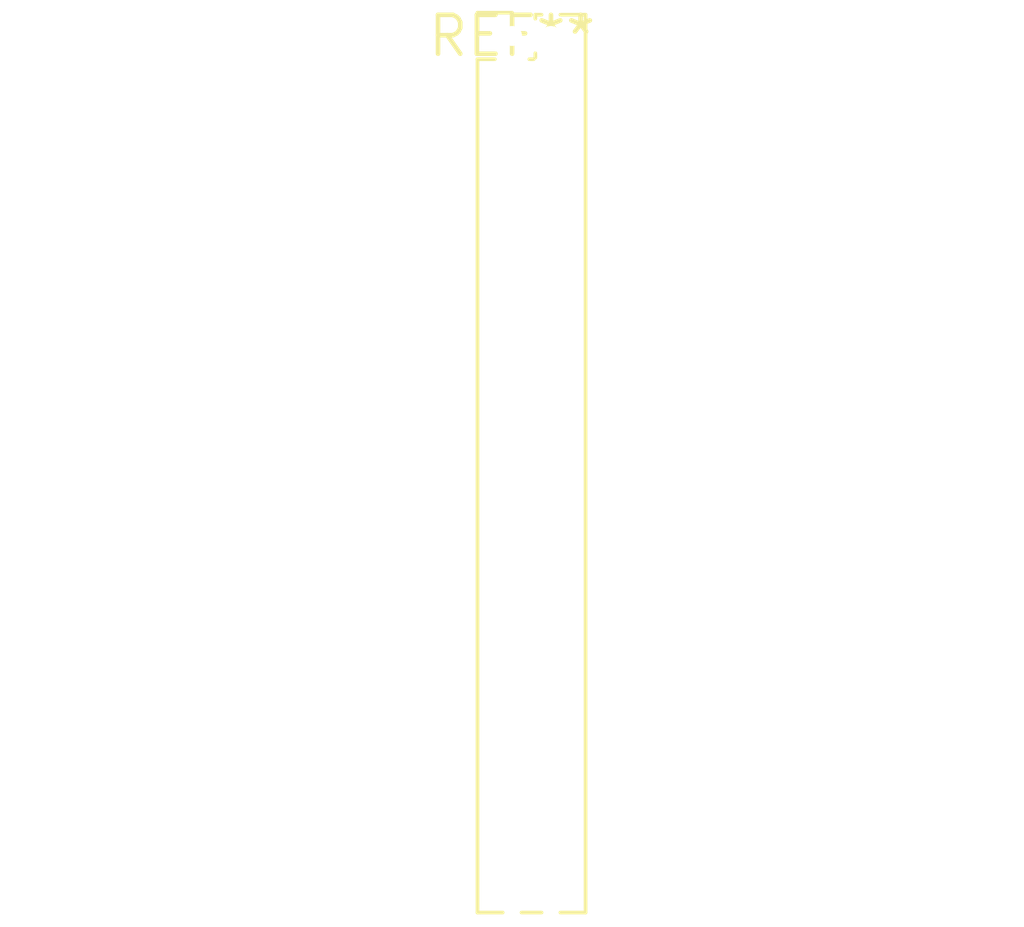
<source format=kicad_pcb>
(kicad_pcb (version 20240108) (generator pcbnew)
  (layers (0 "F.Cu" signal) (31 "B.Cu" signal) (34 "B.Paste" user) (35 "F.Paste" user) (36 "B.SilkS" user "B.Silkscreen") (37 "F.SilkS" user "F.Silkscreen") (38 "B.Mask" user) (39 "F.Mask" user) (44 "Edge.Cuts" user))
  (net 0 "")
  (footprint "PinHeader_2x23_P1.27mm_Vertical" (layer "F.Cu") (at 0 0)
    (property "Reference" "REF**")
    (property "Value" "PinHeader_2x23_P1.27mm_Vertical")
    (fp_line (start -1.13 -0.76) (end 0 -0.76) (layer "F.SilkS") (stroke (width 0.12)))
    (fp_line (start -1.13 0) (end -1.13 -0.76) (layer "F.SilkS") (stroke (width 0.12)))
    (fp_line (start -1.13 0.76) (end -1.13 28.635) (layer "F.SilkS") (stroke (width 0.12)))
    (fp_line (start -1.13 0.76) (end -0.563471 0.76) (layer "F.SilkS") (stroke (width 0.12)))
    (fp_line (start -1.13 28.635) (end -0.30753 28.635) (layer "F.SilkS") (stroke (width 0.12)))
    (fp_line (start 0.30753 28.635) (end 0.96247 28.635) (layer "F.SilkS") (stroke (width 0.12)))
    (fp_line (start 0.563471 0.76) (end 0.706529 0.76) (layer "F.SilkS") (stroke (width 0.12)))
    (fp_line (start 0.76 -0.695) (end 0.96247 -0.695) (layer "F.SilkS") (stroke (width 0.12)))
    (fp_line (start 0.76 -0.563471) (end 0.76 -0.695) (layer "F.SilkS") (stroke (width 0.12)))
    (fp_line (start 0.76 0.706529) (end 0.76 0.563471) (layer "F.SilkS") (stroke (width 0.12)))
    (fp_line (start 1.57753 -0.695) (end 2.4 -0.695) (layer "F.SilkS") (stroke (width 0.12)))
    (fp_line (start 1.57753 28.635) (end 2.4 28.635) (layer "F.SilkS") (stroke (width 0.12)))
    (fp_line (start 2.4 -0.695) (end 2.4 28.635) (layer "F.SilkS") (stroke (width 0.12)))
    (pad "1" thru_hole rect (at 0 0) (size 1 1) (drill 0.65) (layers *.Cu *.Mask) (remove_unused_layers))
    (pad "2" thru_hole oval (at 1.27 0) (size 1 1) (drill 0.65) (layers *.Cu *.Mask) (remove_unused_layers))
    (pad "3" thru_hole oval (at 0 1.27) (size 1 1) (drill 0.65) (layers *.Cu *.Mask) (remove_unused_layers))
    (pad "4" thru_hole oval (at 1.27 1.27) (size 1 1) (drill 0.65) (layers *.Cu *.Mask) (remove_unused_layers))
    (pad "5" thru_hole oval (at 0 2.54) (size 1 1) (drill 0.65) (layers *.Cu *.Mask) (remove_unused_layers))
    (pad "6" thru_hole oval (at 1.27 2.54) (size 1 1) (drill 0.65) (layers *.Cu *.Mask) (remove_unused_layers))
    (pad "7" thru_hole oval (at 0 3.81) (size 1 1) (drill 0.65) (layers *.Cu *.Mask) (remove_unused_layers))
    (pad "8" thru_hole oval (at 1.27 3.81) (size 1 1) (drill 0.65) (layers *.Cu *.Mask) (remove_unused_layers))
    (pad "9" thru_hole oval (at 0 5.08) (size 1 1) (drill 0.65) (layers *.Cu *.Mask) (remove_unused_layers))
    (pad "10" thru_hole oval (at 1.27 5.08) (size 1 1) (drill 0.65) (layers *.Cu *.Mask) (remove_unused_layers))
    (pad "11" thru_hole oval (at 0 6.35) (size 1 1) (drill 0.65) (layers *.Cu *.Mask) (remove_unused_layers))
    (pad "12" thru_hole oval (at 1.27 6.35) (size 1 1) (drill 0.65) (layers *.Cu *.Mask) (remove_unused_layers))
    (pad "13" thru_hole oval (at 0 7.62) (size 1 1) (drill 0.65) (layers *.Cu *.Mask) (remove_unused_layers))
    (pad "14" thru_hole oval (at 1.27 7.62) (size 1 1) (drill 0.65) (layers *.Cu *.Mask) (remove_unused_layers))
    (pad "15" thru_hole oval (at 0 8.89) (size 1 1) (drill 0.65) (layers *.Cu *.Mask) (remove_unused_layers))
    (pad "16" thru_hole oval (at 1.27 8.89) (size 1 1) (drill 0.65) (layers *.Cu *.Mask) (remove_unused_layers))
    (pad "17" thru_hole oval (at 0 10.16) (size 1 1) (drill 0.65) (layers *.Cu *.Mask) (remove_unused_layers))
    (pad "18" thru_hole oval (at 1.27 10.16) (size 1 1) (drill 0.65) (layers *.Cu *.Mask) (remove_unused_layers))
    (pad "19" thru_hole oval (at 0 11.43) (size 1 1) (drill 0.65) (layers *.Cu *.Mask) (remove_unused_layers))
    (pad "20" thru_hole oval (at 1.27 11.43) (size 1 1) (drill 0.65) (layers *.Cu *.Mask) (remove_unused_layers))
    (pad "21" thru_hole oval (at 0 12.7) (size 1 1) (drill 0.65) (layers *.Cu *.Mask) (remove_unused_layers))
    (pad "22" thru_hole oval (at 1.27 12.7) (size 1 1) (drill 0.65) (layers *.Cu *.Mask) (remove_unused_layers))
    (pad "23" thru_hole oval (at 0 13.97) (size 1 1) (drill 0.65) (layers *.Cu *.Mask) (remove_unused_layers))
    (pad "24" thru_hole oval (at 1.27 13.97) (size 1 1) (drill 0.65) (layers *.Cu *.Mask) (remove_unused_layers))
    (pad "25" thru_hole oval (at 0 15.24) (size 1 1) (drill 0.65) (layers *.Cu *.Mask) (remove_unused_layers))
    (pad "26" thru_hole oval (at 1.27 15.24) (size 1 1) (drill 0.65) (layers *.Cu *.Mask) (remove_unused_layers))
    (pad "27" thru_hole oval (at 0 16.51) (size 1 1) (drill 0.65) (layers *.Cu *.Mask) (remove_unused_layers))
    (pad "28" thru_hole oval (at 1.27 16.51) (size 1 1) (drill 0.65) (layers *.Cu *.Mask) (remove_unused_layers))
    (pad "29" thru_hole oval (at 0 17.78) (size 1 1) (drill 0.65) (layers *.Cu *.Mask) (remove_unused_layers))
    (pad "30" thru_hole oval (at 1.27 17.78) (size 1 1) (drill 0.65) (layers *.Cu *.Mask) (remove_unused_layers))
    (pad "31" thru_hole oval (at 0 19.05) (size 1 1) (drill 0.65) (layers *.Cu *.Mask) (remove_unused_layers))
    (pad "32" thru_hole oval (at 1.27 19.05) (size 1 1) (drill 0.65) (layers *.Cu *.Mask) (remove_unused_layers))
    (pad "33" thru_hole oval (at 0 20.32) (size 1 1) (drill 0.65) (layers *.Cu *.Mask) (remove_unused_layers))
    (pad "34" thru_hole oval (at 1.27 20.32) (size 1 1) (drill 0.65) (layers *.Cu *.Mask) (remove_unused_layers))
    (pad "35" thru_hole oval (at 0 21.59) (size 1 1) (drill 0.65) (layers *.Cu *.Mask) (remove_unused_layers))
    (pad "36" thru_hole oval (at 1.27 21.59) (size 1 1) (drill 0.65) (layers *.Cu *.Mask) (remove_unused_layers))
    (pad "37" thru_hole oval (at 0 22.86) (size 1 1) (drill 0.65) (layers *.Cu *.Mask) (remove_unused_layers))
    (pad "38" thru_hole oval (at 1.27 22.86) (size 1 1) (drill 0.65) (layers *.Cu *.Mask) (remove_unused_layers))
    (pad "39" thru_hole oval (at 0 24.13) (size 1 1) (drill 0.65) (layers *.Cu *.Mask) (remove_unused_layers))
    (pad "40" thru_hole oval (at 1.27 24.13) (size 1 1) (drill 0.65) (layers *.Cu *.Mask) (remove_unused_layers))
    (pad "41" thru_hole oval (at 0 25.4) (size 1 1) (drill 0.65) (layers *.Cu *.Mask) (remove_unused_layers))
    (pad "42" thru_hole oval (at 1.27 25.4) (size 1 1) (drill 0.65) (layers *.Cu *.Mask) (remove_unused_layers))
    (pad "43" thru_hole oval (at 0 26.67) (size 1 1) (drill 0.65) (layers *.Cu *.Mask) (remove_unused_layers))
    (pad "44" thru_hole oval (at 1.27 26.67) (size 1 1) (drill 0.65) (layers *.Cu *.Mask) (remove_unused_layers))
    (pad "45" thru_hole oval (at 0 27.94) (size 1 1) (drill 0.65) (layers *.Cu *.Mask) (remove_unused_layers))
    (pad "46" thru_hole oval (at 1.27 27.94) (size 1 1) (drill 0.65) (layers *.Cu *.Mask) (remove_unused_layers))
  )
)
</source>
